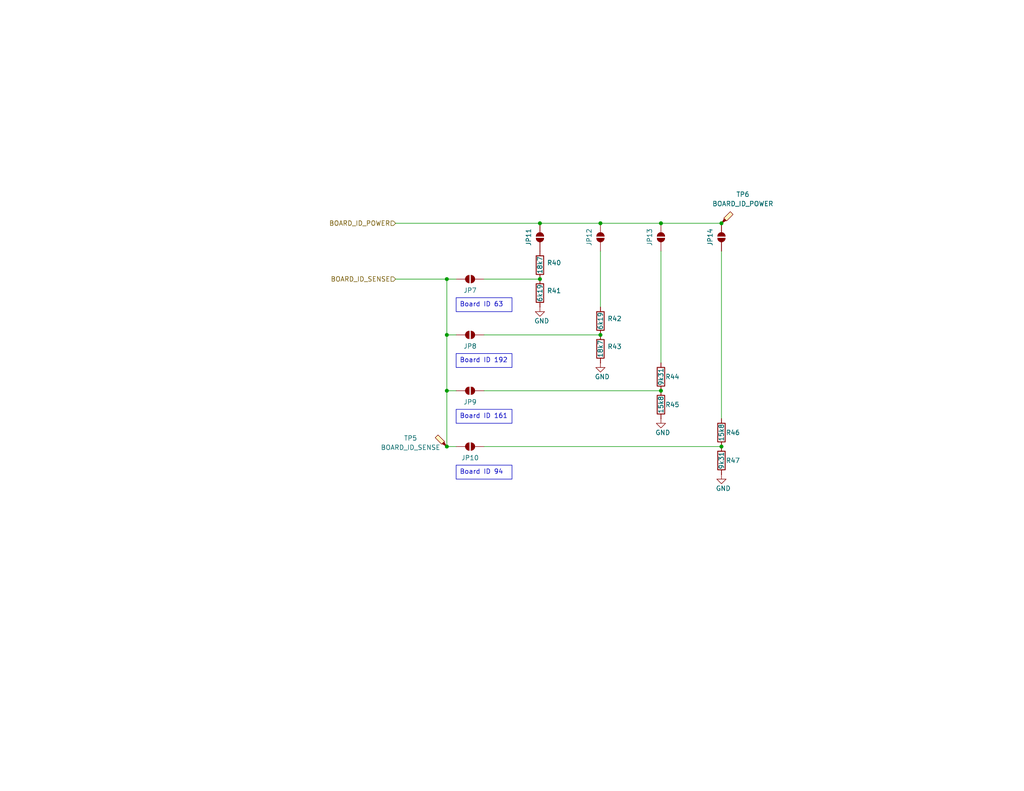
<source format=kicad_sch>
(kicad_sch (version 20231120) (generator "eeschema") (generator_version "8.0")
  (paper "USLetter")
  (lib_symbols
    (symbol "Connector:TestPoint_Probe" (pin_numbers hide) (pin_names (offset 0.762) hide)
      (property "Reference" "TP" (at 1.651 5.842 0))
      (property "Value" "TestPoint_Probe" (at 1.651 4.064 0))
      (symbol "TestPoint_Probe_0_1"
        (polyline (pts (xy 1.27 0.762) (xy 0 0) (xy 0.762 1.27) (xy 1.27 0.762)) (fill (type outline)))
        (polyline (pts (xy 1.397 0.635) (xy 0.635 1.397) (xy 2.413 3.175) (xy 3.175 2.413) (xy 1.397 0.635)) (fill (type background)))
      )
      (symbol "TestPoint_Probe_1_1"
        (pin passive line (at 0 0 90) (length 0) (name "1") (number "1"))
      )
    )
    (symbol "Device:R" (pin_numbers hide) (pin_names (offset 0))
      (property "Reference" "R" (at 2.032 0 90))
      (property "Value" "R" (at 0 0 90))
      (symbol "R_0_1"
        (rectangle (start -1.016 -2.54) (end 1.016 2.54) (stroke (width 0.254)))
      )
      (symbol "R_1_1"
        (pin passive line (at 0 3.81 270) (length 1.27) (name "~") (number "1"))
        (pin passive line (at 0 -3.81 90) (length 1.27) (name "~") (number "2"))
      )
    )
    (symbol "Jumper:SolderJumper_2_Open" (pin_numbers hide) (pin_names (offset 0) hide) (exclude_from_sim yes) (in_bom no)
      (property "Reference" "JP" (at 0 2.032 0))
      (property "Value" "SolderJumper_2_Open" (at 0 -2.54 0))
      (symbol "SolderJumper_2_Open_0_1"
        (arc (start -0.254 1.016) (mid -1.2656 0) (end -0.254 -1.016))
        (arc (start -0.254 1.016) (mid -1.2656 0) (end -0.254 -1.016) (fill (type outline)))
        (polyline (pts (xy -0.254 1.016) (xy -0.254 -1.016)))
        (polyline (pts (xy 0.254 1.016) (xy 0.254 -1.016)))
        (arc (start 0.254 -1.016) (mid 1.2656 0) (end 0.254 1.016))
        (arc (start 0.254 -1.016) (mid 1.2656 0) (end 0.254 1.016) (fill (type outline)))
      )
      (symbol "SolderJumper_2_Open_1_1"
        (pin passive line (at -3.81 0 0) (length 2.54) (name "A") (number "1"))
        (pin passive line (at 3.81 0 180) (length 2.54) (name "B") (number "2"))
      )
    )
    (symbol "power:GND" (power) (pin_numbers hide) (pin_names (offset 0) hide)
      (property "Value" "GND" (at 0 -3.81 0))
      (symbol "GND_0_1"
        (polyline (pts (xy 0 0) (xy 0 -1.27) (xy 1.27 -1.27) (xy 0 -2.54) (xy -1.27 -1.27) (xy 0 -1.27)))
      )
      (symbol "GND_1_1"
        (pin power_in line (at 0 0 270) (length 0) (name "~") (number "1"))
      )
    )
  )
  (junction (at 163.83 91.44))
  (junction (at 163.83 60.96))
  (junction (at 180.34 60.96))
  (junction (at 147.32 60.96))
  (junction (at 196.85 121.92))
  (junction (at 121.92 121.92))
  (junction (at 121.92 106.68))
  (junction (at 147.32 76.2))
  (junction (at 121.92 76.2))
  (junction (at 121.92 91.44))
  (junction (at 180.34 106.68))
  (junction (at 196.85 60.96))
  (wire (pts (xy 121.92 106.68) (xy 121.92 121.92)))
  (wire (pts (xy 163.83 60.96) (xy 180.34 60.96)))
  (wire (pts (xy 121.92 121.92) (xy 124.46 121.92)))
  (wire (pts (xy 180.34 60.96) (xy 196.85 60.96)))
  (wire (pts (xy 132.08 91.44) (xy 163.83 91.44)))
  (wire (pts (xy 147.32 60.96) (xy 163.83 60.96)))
  (wire (pts (xy 121.92 76.2) (xy 121.92 91.44)))
  (wire (pts (xy 121.92 106.68) (xy 124.46 106.68)))
  (wire (pts (xy 121.92 91.44) (xy 124.46 91.44)))
  (wire (pts (xy 132.08 121.92) (xy 196.85 121.92)))
  (wire (pts (xy 121.92 76.2) (xy 124.46 76.2)))
  (wire (pts (xy 132.08 106.68) (xy 180.34 106.68)))
  (wire (pts (xy 107.95 60.96) (xy 147.32 60.96)))
  (wire (pts (xy 121.92 91.44) (xy 121.92 106.68)))
  (wire (pts (xy 163.83 68.58) (xy 163.83 83.82)))
  (wire (pts (xy 180.34 68.58) (xy 180.34 99.06)))
  (wire (pts (xy 132.08 76.2) (xy 147.32 76.2)))
  (wire (pts (xy 196.85 68.58) (xy 196.85 114.3)))
  (wire (pts (xy 107.95 76.2) (xy 121.92 76.2)))
  (text_box "Board ID 63" (at 124.46 81.28 0) (size 15.24 3.81) (effects (font (size 1.27 1.27)) (justify left top)))
  (text_box "Board ID 192" (at 124.46 96.52 0) (size 15.24 3.81) (effects (font (size 1.27 1.27)) (justify left top)))
  (text_box "Board ID 94" (at 124.46 127 0) (size 15.24 3.81) (effects (font (size 1.27 1.27)) (justify left top)))
  (text_box "Board ID 161" (at 124.46 111.76 0) (size 15.24 3.81) (effects (font (size 1.27 1.27)) (justify left top)))
  (hierarchical_label "BOARD_ID_POWER" (shape input) (at 107.95 60.96 180))
  (hierarchical_label "BOARD_ID_SENSE" (shape input) (at 107.95 76.2 180))
  (symbol (lib_id "power:GND") (at 147.32 83.82 0) (mirror y) (unit 1)
    (property "Reference" "#PWR89" (effects (hide yes)))
    (property "Value" "GND" (at 149.86 87.63 0) (effects (justify left)))
  )
  (symbol (lib_id "Jumper:SolderJumper_2_Open") (at 163.83 64.77 270) (unit 1) (exclude_from_sim yes) (in_bom no)
    (property "Reference" "JP12" (at 160.02 64.77 0) (effects (justify bottom)))
    (property "Value" "SolderJumper_2_Open" (effects (hide yes)))
    (property "Footprint" "Jumper:SolderJumper-2_P1.3mm_Open_RoundedPad1.0x1.5mm" (effects (hide yes)))
    (property "Active" "Y" (effects (hide yes)))
    (property "MPN" "NA" (effects (hide yes)))
  )
  (symbol (lib_id "Device:R") (at 196.85 118.11 0) (mirror x) (unit 1)
    (property "Reference" "R46" (at 201.93 118.11 0) (effects (justify right)))
    (property "Value" "15k8" (at 196.85 118.11 90))
    (property "Footprint" "footprints:Nondescript_R_0402_1005Metric" (effects (hide yes)))
    (property "Active" "Y" (effects (hide yes)))
    (property "MPN" "C26956" (effects (hide yes)))
    (property "Manufacturer" "UNI-ROYAL(Uniroyal Elec)" (effects (hide yes)))
    (property "Manufacturer Part Number" "0402WGF1582TCE" (effects (hide yes)))
    (property "Basic or Extended Component" "Basic" (effects (hide yes)))
  )
  (symbol (lib_id "Device:R") (at 163.83 95.25 0) (mirror y) (unit 1)
    (property "Reference" "R43" (at 165.735 94.615 0) (effects (justify right)))
    (property "Value" "18k7" (at 163.83 95.25 90))
    (property "Footprint" "footprints:Nondescript_R_0402_1005Metric" (effects (hide yes)))
    (property "Active" "Y" (effects (hide yes)))
    (property "MPN" "C11476" (effects (hide yes)))
    (property "Manufacturer" "UNI-ROYAL(Uniroyal Elec)" (effects (hide yes)))
    (property "Manufacturer Part Number" "0402WGF1872TCE" (effects (hide yes)))
    (property "Basic or Extended Component" "Basic" (effects (hide yes)))
  )
  (symbol (lib_id "Device:R") (at 163.83 87.63 0) (mirror y) (unit 1)
    (property "Reference" "R42" (at 165.735 86.995 0) (effects (justify right)))
    (property "Value" "6k19" (at 163.83 87.63 90))
    (property "Footprint" "footprints:Nondescript_R_0402_1005Metric" (effects (hide yes)))
    (property "Active" "Y" (effects (hide yes)))
    (property "MPN" "C25914" (effects (hide yes)))
    (property "Manufacturer" "UNI-ROYAL(Uniroyal Elec)" (effects (hide yes)))
    (property "Manufacturer Part Number" "0402WGF6191TCE" (effects (hide yes)))
    (property "Basic or Extended Component" "Basic" (effects (hide yes)))
  )
  (symbol (lib_id "Jumper:SolderJumper_2_Open") (at 128.27 76.2 0) (unit 1) (exclude_from_sim yes) (in_bom no)
    (property "Reference" "JP7" (at 128.27 80.01 0) (effects (justify bottom)))
    (property "Value" "SolderJumper_2_Open" (effects (hide yes)))
    (property "Footprint" "Jumper:SolderJumper-2_P1.3mm_Open_RoundedPad1.0x1.5mm" (effects (hide yes)))
    (property "Active" "Y" (effects (hide yes)))
    (property "MPN" "NA" (effects (hide yes)))
  )
  (symbol (lib_id "Device:R") (at 180.34 102.87 0) (mirror x) (unit 1)
    (property "Reference" "R44" (at 185.42 102.87 0) (effects (justify right)))
    (property "Value" "9k31" (at 180.34 102.87 90))
    (property "Footprint" "footprints:Nondescript_R_0402_1005Metric" (effects (hide yes)))
    (property "Active" "Y" (effects (hide yes)))
    (property "MPN" "C270572" (effects (hide yes)))
    (property "Manufacturer" "UNI-ROYAL(Uniroyal Elec)" (effects (hide yes)))
    (property "Manufacturer Part Number" "0402WGF9311TCE" (effects (hide yes)))
    (property "Basic or Extended Component" "Basic" (effects (hide yes)))
  )
  (symbol (lib_id "power:GND") (at 196.85 129.54 0) (mirror y) (unit 1)
    (property "Reference" "#PWR92" (effects (hide yes)))
    (property "Value" "GND" (at 199.39 133.35 0) (effects (justify left)))
  )
  (symbol (lib_id "Jumper:SolderJumper_2_Open") (at 128.27 91.44 0) (unit 1) (exclude_from_sim yes) (in_bom no)
    (property "Reference" "JP8" (at 128.27 95.25 0) (effects (justify bottom)))
    (property "Value" "SolderJumper_2_Open" (effects (hide yes)))
    (property "Footprint" "Jumper:SolderJumper-2_P1.3mm_Open_RoundedPad1.0x1.5mm" (effects (hide yes)))
    (property "Active" "Y" (effects (hide yes)))
    (property "MPN" "NA" (effects (hide yes)))
  )
  (symbol (lib_id "power:GND") (at 180.34 114.3 0) (mirror y) (unit 1)
    (property "Reference" "#PWR91" (effects (hide yes)))
    (property "Value" "GND" (at 182.88 118.11 0) (effects (justify left)))
  )
  (symbol (lib_id "power:GND") (at 163.83 99.06 0) (mirror y) (unit 1)
    (property "Reference" "#PWR90" (effects (hide yes)))
    (property "Value" "GND" (at 166.37 102.87 0) (effects (justify left)))
  )
  (symbol (lib_id "Device:R") (at 180.34 110.49 0) (mirror x) (unit 1)
    (property "Reference" "R45" (at 185.42 110.49 0) (effects (justify right)))
    (property "Value" "15k8" (at 180.34 110.49 90))
    (property "Footprint" "footprints:Nondescript_R_0402_1005Metric" (effects (hide yes)))
    (property "Active" "Y" (effects (hide yes)))
    (property "MPN" "C26956" (effects (hide yes)))
    (property "Manufacturer" "UNI-ROYAL(Uniroyal Elec)" (effects (hide yes)))
    (property "Manufacturer Part Number" "0402WGF1582TCE" (effects (hide yes)))
    (property "Basic or Extended Component" "Basic" (effects (hide yes)))
  )
  (symbol (lib_id "Connector:TestPoint_Probe") (at 196.85 60.96 0) (unit 1) (in_bom no)
    (property "Reference" "TP6" (at 202.692 53.086 0))
    (property "Value" "BOARD_ID_POWER" (at 202.692 55.626 0))
    (property "Footprint" "footprints:TestPoint_Pad_D1.5mm" (effects (hide yes)))
    (property "Description" "test point (alternative probe-style design)" (effects (hide yes)))
    (property "Active" "Y" (effects (hide yes)))
    (property "MPN" "NA" (effects (hide yes)))
  )
  (symbol (lib_id "Connector:TestPoint_Probe") (at 121.92 121.92 90) (unit 1) (in_bom no)
    (property "Reference" "TP5" (at 112.014 119.634 90))
    (property "Value" "BOARD_ID_SENSE" (at 112.014 122.174 90))
    (property "Footprint" "footprints:TestPoint_Pad_D1.5mm" (effects (hide yes)))
    (property "Description" "test point (alternative probe-style design)" (effects (hide yes)))
    (property "Active" "Y" (effects (hide yes)))
    (property "MPN" "NA" (effects (hide yes)))
  )
  (symbol (lib_id "Jumper:SolderJumper_2_Open") (at 128.27 106.68 0) (unit 1) (exclude_from_sim yes) (in_bom no)
    (property "Reference" "JP9" (at 128.27 110.49 0) (effects (justify bottom)))
    (property "Value" "SolderJumper_2_Open" (effects (hide yes)))
    (property "Footprint" "Jumper:SolderJumper-2_P1.3mm_Open_RoundedPad1.0x1.5mm" (effects (hide yes)))
    (property "Active" "Y" (effects (hide yes)))
    (property "MPN" "NA" (effects (hide yes)))
  )
  (symbol (lib_id "Device:R") (at 147.32 80.01 0) (mirror y) (unit 1)
    (property "Reference" "R41" (at 149.225 79.375 0) (effects (justify right)))
    (property "Value" "6k19" (at 147.32 80.01 90))
    (property "Footprint" "footprints:Nondescript_R_0402_1005Metric" (effects (hide yes)))
    (property "Active" "Y" (effects (hide yes)))
    (property "MPN" "C25914" (effects (hide yes)))
    (property "Manufacturer" "UNI-ROYAL(Uniroyal Elec)" (effects (hide yes)))
    (property "Manufacturer Part Number" "0402WGF6191TCE" (effects (hide yes)))
    (property "Basic or Extended Component" "Basic" (effects (hide yes)))
  )
  (symbol (lib_id "Device:R") (at 147.32 72.39 0) (mirror y) (unit 1)
    (property "Reference" "R40" (at 149.225 71.755 0) (effects (justify right)))
    (property "Value" "18k7" (at 147.32 72.39 90))
    (property "Footprint" "footprints:Nondescript_R_0402_1005Metric" (effects (hide yes)))
    (property "Active" "Y" (effects (hide yes)))
    (property "MPN" "C11476" (effects (hide yes)))
    (property "Manufacturer" "UNI-ROYAL(Uniroyal Elec)" (effects (hide yes)))
    (property "Manufacturer Part Number" "0402WGF1872TCE" (effects (hide yes)))
    (property "Basic or Extended Component" "Basic" (effects (hide yes)))
  )
  (symbol (lib_id "Jumper:SolderJumper_2_Open") (at 180.34 64.77 270) (unit 1) (exclude_from_sim yes) (in_bom no)
    (property "Reference" "JP13" (at 176.53 64.77 0) (effects (justify bottom)))
    (property "Value" "SolderJumper_2_Open" (effects (hide yes)))
    (property "Footprint" "Jumper:SolderJumper-2_P1.3mm_Open_RoundedPad1.0x1.5mm" (effects (hide yes)))
    (property "Active" "Y" (effects (hide yes)))
    (property "MPN" "NA" (effects (hide yes)))
  )
  (symbol (lib_id "Device:R") (at 196.85 125.73 0) (mirror x) (unit 1)
    (property "Reference" "R47" (at 201.93 125.73 0) (effects (justify right)))
    (property "Value" "9k31" (at 196.85 125.73 90))
    (property "Footprint" "footprints:Nondescript_R_0402_1005Metric" (effects (hide yes)))
    (property "Active" "Y" (effects (hide yes)))
    (property "MPN" "C270572" (effects (hide yes)))
    (property "Manufacturer" "UNI-ROYAL(Uniroyal Elec)" (effects (hide yes)))
    (property "Manufacturer Part Number" "0402WGF9311TCE" (effects (hide yes)))
    (property "Basic or Extended Component" "Basic" (effects (hide yes)))
  )
  (symbol (lib_id "Jumper:SolderJumper_2_Open") (at 128.27 121.92 0) (unit 1) (exclude_from_sim yes) (in_bom no)
    (property "Reference" "JP10" (at 128.27 125.73 0) (effects (justify bottom)))
    (property "Value" "SolderJumper_2_Open" (effects (hide yes)))
    (property "Footprint" "Jumper:SolderJumper-2_P1.3mm_Open_RoundedPad1.0x1.5mm" (effects (hide yes)))
    (property "Active" "Y" (effects (hide yes)))
    (property "MPN" "NA" (effects (hide yes)))
  )
  (symbol (lib_id "Jumper:SolderJumper_2_Open") (at 196.85 64.77 270) (unit 1) (exclude_from_sim yes) (in_bom no)
    (property "Reference" "JP14" (at 193.04 64.77 0) (effects (justify bottom)))
    (property "Value" "SolderJumper_2_Open" (effects (hide yes)))
    (property "Footprint" "Jumper:SolderJumper-2_P1.3mm_Open_RoundedPad1.0x1.5mm" (effects (hide yes)))
    (property "Active" "Y" (effects (hide yes)))
    (property "MPN" "NA" (effects (hide yes)))
  )
  (symbol (lib_id "Jumper:SolderJumper_2_Open") (at 147.32 64.77 270) (unit 1) (exclude_from_sim yes) (in_bom no)
    (property "Reference" "JP11" (at 143.51 64.77 0) (effects (justify bottom)))
    (property "Value" "SolderJumper_2_Open" (effects (hide yes)))
    (property "Footprint" "Jumper:SolderJumper-2_P1.3mm_Open_RoundedPad1.0x1.5mm" (effects (hide yes)))
    (property "Active" "Y" (effects (hide yes)))
    (property "MPN" "NA" (effects (hide yes)))
  )
)
</source>
